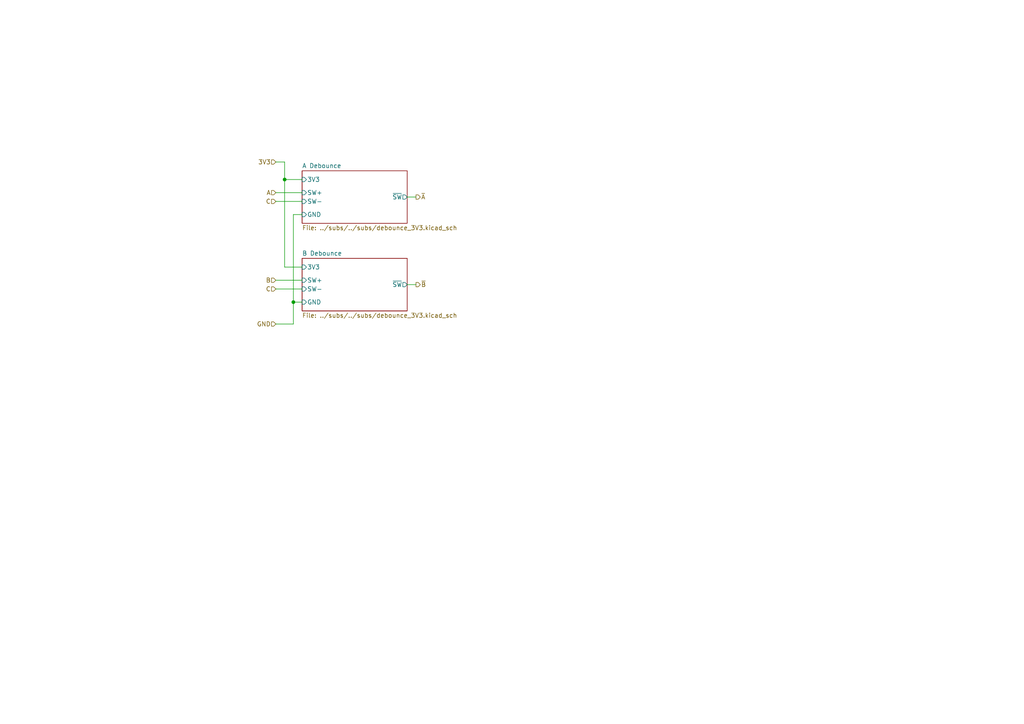
<source format=kicad_sch>
(kicad_sch (version 20211123) (generator eeschema)
  (paper "A4")
  (lib_symbols)
  (junction (at 82.55 52.07))
  (junction (at 85.09 87.63))
  (wire (pts (xy 120.65 57.15) (xy 118.11 57.15)))
  (wire (pts (xy 120.65 82.55) (xy 118.11 82.55)))
  (wire (pts (xy 80.01 93.98) (xy 85.09 93.98)))
  (wire (pts (xy 87.63 83.82) (xy 80.01 83.82)))
  (wire (pts (xy 85.09 87.63) (xy 87.63 87.63)))
  (wire (pts (xy 85.09 93.98) (xy 85.09 87.63)))
  (wire (pts (xy 87.63 58.42) (xy 80.01 58.42)))
  (wire (pts (xy 82.55 52.07) (xy 87.63 52.07)))
  (wire (pts (xy 82.55 46.99) (xy 82.55 52.07)))
  (wire (pts (xy 82.55 52.07) (xy 82.55 77.47)))
  (wire (pts (xy 80.01 55.88) (xy 87.63 55.88)))
  (wire (pts (xy 80.01 46.99) (xy 82.55 46.99)))
  (wire (pts (xy 82.55 77.47) (xy 87.63 77.47)))
  (wire (pts (xy 80.01 81.28) (xy 87.63 81.28)))
  (wire (pts (xy 87.63 62.23) (xy 85.09 62.23)))
  (wire (pts (xy 85.09 62.23) (xy 85.09 87.63)))
  (hierarchical_label "B" (shape input) (at 80.01 81.28 180))
  (hierarchical_label "C" (shape input) (at 80.01 83.82 180))
  (hierarchical_label "GND" (shape input) (at 80.01 93.98 180))
  (hierarchical_label "A" (shape input) (at 80.01 55.88 180))
  (hierarchical_label "3V3" (shape input) (at 80.01 46.99 180))
  (hierarchical_label "~{A}" (shape output) (at 120.65 57.15 0))
  (hierarchical_label "C" (shape input) (at 80.01 58.42 180))
  (hierarchical_label "~{B}" (shape output) (at 120.65 82.55 0))
  (sheet (at 87.63 49.53) (size 30.48 15.24)
    (property "Sheet name" "A Debounce" (at 87.63 48.8184 0) (effects (justify left bottom)))
    (property "Sheet file" "../subs/../subs/debounce_3V3.kicad_sch" (at 87.63 65.3546 0) (effects (justify left top)))
    (pin "SW+" input (at 87.63 55.88 180))
    (pin "SW-" input (at 87.63 58.42 180))
    (pin "3V3" input (at 87.63 52.07 180))
    (pin "GND" input (at 87.63 62.23 180))
    (pin "~{SW}" output (at 118.11 57.15 0))
  )
  (sheet (at 87.63 74.93) (size 30.48 15.24)
    (property "Sheet name" "B Debounce" (at 87.63 74.2184 0) (effects (justify left bottom)))
    (property "Sheet file" "../subs/../subs/debounce_3V3.kicad_sch" (at 87.63 90.7546 0) (effects (justify left top)))
    (pin "SW+" input (at 87.63 81.28 180))
    (pin "SW-" input (at 87.63 83.82 180))
    (pin "3V3" input (at 87.63 77.47 180))
    (pin "GND" input (at 87.63 87.63 180))
    (pin "~{SW}" output (at 118.11 82.55 0))
  )
)
</source>
